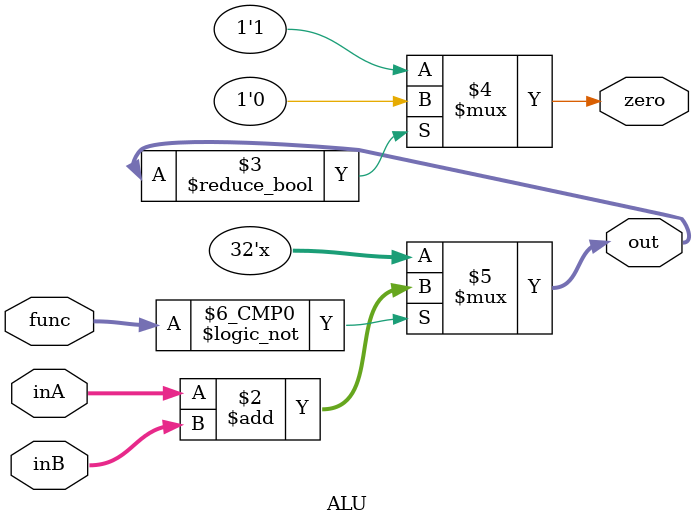
<source format=v>
module ALU(inA, inB, func, out, zero);

	parameter WORD = 32;
	
    input wire [WORD - 1:0] inA;
    input wire [WORD - 1:0] inB;
    
    input wire [2:0] func;

    output wire zero;
    output reg [WORD - 1:0] out;


    always @* begin
        case(func)
	    6'b000: out <= inA + inB;
            //implement other operation here.
        endcase
    end

    assign zero = out ? 1'b0 : 1'b1;

endmodule

</source>
